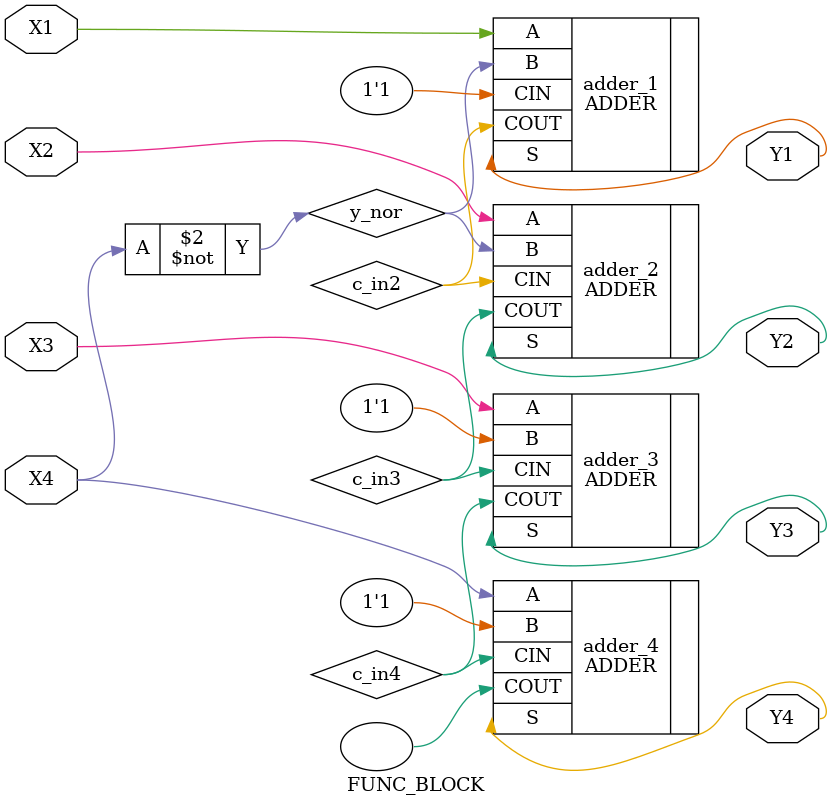
<source format=v>
`timescale 1ns / 1ps

module FUNC_BLOCK(
    input X1,
    input X2,
    input X3,
    input X4,
    output Y1,
    output Y2,
    output Y3,
    output Y4
    );
    
    wire y_nor, c_in2, c_in3, c_in4;
    
    nor(y_nor, 1'b0, X4);
    
    ADDER adder_1 (
    .A( X1 ) ,
    .B( y_nor ) ,
    .CIN( 1'b1 ),
    .COUT(c_in2),
    .S(Y1)
    );
    
    ADDER adder_2 (
    .A( X2 ) ,
    .B( y_nor ) ,
    .CIN(c_in2),
    .COUT(c_in3),
    .S(Y2)
    );
    
    ADDER adder_3 (
    .A( X3 ) ,
    .B( 1'b1 ) ,
    .CIN(c_in3),
    .COUT(c_in4),
    .S(Y3)
    );
    
    ADDER adder_4 (
    .A( X4 ),
    .B( 1'b1 ),
    .CIN(c_in4),
    .COUT(),
    .S(Y4)
    );
    
endmodule
</source>
